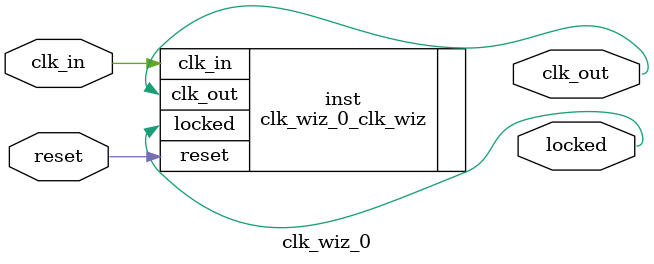
<source format=v>


`timescale 1ps/1ps

(* CORE_GENERATION_INFO = "clk_wiz_0,clk_wiz_v6_0_3_0_0,{component_name=clk_wiz_0,use_phase_alignment=true,use_min_o_jitter=false,use_max_i_jitter=false,use_dyn_phase_shift=false,use_inclk_switchover=false,use_dyn_reconfig=false,enable_axi=0,feedback_source=FDBK_AUTO,PRIMITIVE=MMCM,num_out_clk=1,clkin1_period=83.333,clkin2_period=10.0,use_power_down=false,use_reset=true,use_locked=true,use_inclk_stopped=false,feedback_type=SINGLE,CLOCK_MGR_TYPE=NA,manual_override=false}" *)

module clk_wiz_0 
 (
  // Clock out ports
  output        clk_out,
  // Status and control signals
  input         reset,
  output        locked,
 // Clock in ports
  input         clk_in
 );

  clk_wiz_0_clk_wiz inst
  (
  // Clock out ports  
  .clk_out(clk_out),
  // Status and control signals               
  .reset(reset), 
  .locked(locked),
 // Clock in ports
  .clk_in(clk_in)
  );

endmodule

</source>
